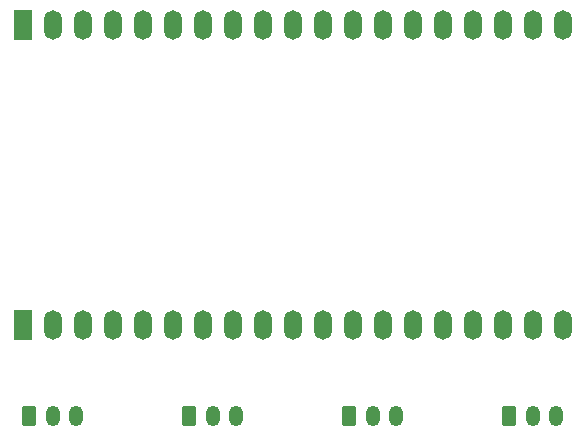
<source format=gbr>
%TF.GenerationSoftware,KiCad,Pcbnew,8.0.5*%
%TF.CreationDate,2024-10-23T10:28:49+02:00*%
%TF.ProjectId,Breakout board,42726561-6b6f-4757-9420-626f6172642e,rev?*%
%TF.SameCoordinates,Original*%
%TF.FileFunction,Soldermask,Bot*%
%TF.FilePolarity,Negative*%
%FSLAX46Y46*%
G04 Gerber Fmt 4.6, Leading zero omitted, Abs format (unit mm)*
G04 Created by KiCad (PCBNEW 8.0.5) date 2024-10-23 10:28:49*
%MOMM*%
%LPD*%
G01*
G04 APERTURE LIST*
G04 Aperture macros list*
%AMRoundRect*
0 Rectangle with rounded corners*
0 $1 Rounding radius*
0 $2 $3 $4 $5 $6 $7 $8 $9 X,Y pos of 4 corners*
0 Add a 4 corners polygon primitive as box body*
4,1,4,$2,$3,$4,$5,$6,$7,$8,$9,$2,$3,0*
0 Add four circle primitives for the rounded corners*
1,1,$1+$1,$2,$3*
1,1,$1+$1,$4,$5*
1,1,$1+$1,$6,$7*
1,1,$1+$1,$8,$9*
0 Add four rect primitives between the rounded corners*
20,1,$1+$1,$2,$3,$4,$5,0*
20,1,$1+$1,$4,$5,$6,$7,0*
20,1,$1+$1,$6,$7,$8,$9,0*
20,1,$1+$1,$8,$9,$2,$3,0*%
G04 Aperture macros list end*
%ADD10RoundRect,0.250000X-0.350000X-0.625000X0.350000X-0.625000X0.350000X0.625000X-0.350000X0.625000X0*%
%ADD11O,1.200000X1.750000*%
%ADD12R,1.500000X2.500000*%
%ADD13O,1.500000X2.500000*%
G04 APERTURE END LIST*
D10*
%TO.C,Temp*%
X138546666Y-81370000D03*
D11*
X140546666Y-81370000D03*
X142546666Y-81370000D03*
%TD*%
D12*
%TO.C,J1*%
X124460000Y-73660000D03*
D13*
X127000000Y-73660000D03*
X129540000Y-73660000D03*
X132080000Y-73660000D03*
X134620000Y-73660000D03*
X137160000Y-73660000D03*
X139700000Y-73660000D03*
X142240000Y-73660000D03*
X144780000Y-73660000D03*
X147320000Y-73660000D03*
X149860000Y-73660000D03*
X152400000Y-73660000D03*
X154940000Y-73660000D03*
X157480000Y-73660000D03*
X160020000Y-73660000D03*
X162560000Y-73660000D03*
X165100000Y-73660000D03*
X167640000Y-73660000D03*
X170180000Y-73660000D03*
%TD*%
D12*
%TO.C,J2*%
X124460000Y-48260000D03*
D13*
X127000000Y-48260000D03*
X129540000Y-48260000D03*
X132080000Y-48260000D03*
X134620000Y-48260000D03*
X137160000Y-48260000D03*
X139700000Y-48260000D03*
X142240000Y-48260000D03*
X144780000Y-48260000D03*
X147320000Y-48260000D03*
X149860000Y-48260000D03*
X152400000Y-48260000D03*
X154940000Y-48260000D03*
X157480000Y-48260000D03*
X160020000Y-48260000D03*
X162560000Y-48260000D03*
X165100000Y-48260000D03*
X167640000Y-48260000D03*
X170180000Y-48260000D03*
%TD*%
D10*
%TO.C,Trubiditet*%
X165640000Y-81370000D03*
D11*
X167640000Y-81370000D03*
X169640000Y-81370000D03*
%TD*%
D10*
%TO.C,PH*%
X125000000Y-81370000D03*
D11*
X127000000Y-81370000D03*
X129000000Y-81370000D03*
%TD*%
D10*
%TO.C,TDS*%
X152093332Y-81370000D03*
D11*
X154093332Y-81370000D03*
X156093332Y-81370000D03*
%TD*%
M02*

</source>
